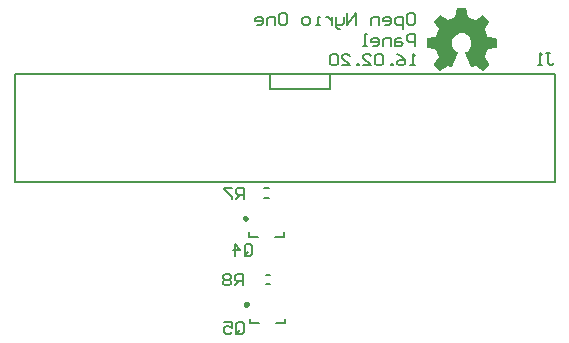
<source format=gbo>
%FSTAX23Y23*%
%MOIN*%
%SFA1B1*%

%IPPOS*%
%ADD28C,0.009840*%
%ADD29C,0.007870*%
%ADD30C,0.005910*%
%LNpanel-1*%
%LPD*%
G36*
X01697Y01424D02*
X01697Y01423D01*
X01697Y01423*
X01702Y01395*
X01703Y01394*
X01703Y01394*
X01727Y01384*
X01727Y01384*
X01728Y01384*
X01728Y01384*
X01752Y014*
X01752Y01401*
X01754Y014*
X01753Y014*
X01774Y0138*
X01774Y01379*
X01774Y01378*
X01774Y01378*
X01758Y01354*
X01757Y01354*
X01758Y01353*
X01767Y0133*
X01768Y01329*
X01768Y01329*
X01768Y01329*
X01796Y01323*
X01797Y01323*
X01798Y01322*
X01798*
X01798Y01294*
X01797Y01292*
X01796Y01292*
Y01292*
X01768Y01287*
X01768Y01286*
X01767Y01286*
X01758Y01262*
X01757Y01262*
X01758Y01261*
X01758Y01261*
X01774Y01238*
X01774Y01237*
X01774Y01236*
X01774Y01236*
X01754Y01215*
X01752Y01215*
X01752Y01215*
X01752Y01215*
X01728Y01231*
X01727Y01232*
X01727Y01231*
X01716Y01227*
X01715Y01227*
X01714Y01227*
X01714Y01228*
X01694Y01276*
X01694Y01277*
X01695Y01278*
X01695Y01278*
X01695Y01278*
X01698Y01279*
X01705Y01284*
X0171Y01291*
X01713Y01299*
X01714Y01308*
X01713Y01316*
X0171Y01324*
X01705Y01331*
X01698Y01336*
X0169Y0134*
X01681Y01341*
X01673Y0134*
X01665Y01336*
X01658Y01331*
X01653Y01324*
X01649Y01316*
X01648Y01308*
X01649Y01299*
X01653Y01291*
X01658Y01284*
X01665Y01279*
X01668Y01278*
X01668Y01278*
X01668Y01278*
X01669Y01277*
X01668Y01276*
X01649Y01228*
X01648Y01227*
X01647Y01227*
X01647Y01227*
X01636Y01231*
X01635Y01232*
X01635Y01231*
X01635Y01231*
X01611Y01215*
X0161Y01215*
X01609Y01215*
X01609Y01216*
X01589Y01236*
X01589Y01237*
X01589Y01238*
X01589Y01238*
X01605Y01261*
X01605Y01262*
X01605Y01262*
X01595Y01286*
X01595Y01286*
X01594Y01287*
Y01287*
X01566Y01292*
X01566Y01292*
X01565Y01294*
X01565*
X01565Y01322*
X01566Y01323*
X01566Y01323*
X01566Y01323*
X01594Y01329*
X01595Y01329*
X01595Y0133*
X01605Y01353*
X01605Y01354*
X01605Y01354*
X01605Y01354*
X01589Y01378*
X01589Y01379*
X01589Y0138*
X01589Y0138*
X01609Y014*
X0161Y01401*
X01611Y014*
X01611Y014*
X01635Y01384*
X01635Y01384*
X01636Y01384*
X01659Y01394*
X0166Y01394*
X0166Y01395*
X0166*
X01666Y01423*
X01666Y01424*
X01667Y01424*
Y01424*
X01696Y01424*
X01697Y01424*
G37*
G54D28*
X00969Y00437D02*
D01*
X00969Y00437*
X00969Y00437*
X00969Y00438*
X00969Y00438*
X00969Y00438*
X00969Y00439*
X00968Y00439*
X00968Y00439*
X00968Y00439*
X00968Y0044*
X00968Y0044*
X00967Y0044*
X00967Y0044*
X00967Y00441*
X00967Y00441*
X00966Y00441*
X00966Y00441*
X00966Y00441*
X00965Y00441*
X00965Y00441*
X00965Y00441*
X00964Y00441*
X00964*
X00964Y00441*
X00963Y00441*
X00963Y00441*
X00963Y00441*
X00962Y00441*
X00962Y00441*
X00962Y00441*
X00961Y00441*
X00961Y0044*
X00961Y0044*
X00961Y0044*
X0096Y0044*
X0096Y00439*
X0096Y00439*
X0096Y00439*
X0096Y00439*
X00959Y00438*
X00959Y00438*
X00959Y00438*
X00959Y00437*
X00959Y00437*
X00959Y00437*
X00959Y00436*
X00959Y00436*
X00959Y00435*
X00959Y00435*
X00959Y00435*
X0096Y00435*
X0096Y00434*
X0096Y00434*
X0096Y00434*
X0096Y00433*
X00961Y00433*
X00961Y00433*
X00961Y00433*
X00961Y00432*
X00962Y00432*
X00962Y00432*
X00962Y00432*
X00963Y00432*
X00963Y00432*
X00963Y00432*
X00964Y00432*
X00964Y00432*
X00964*
X00965Y00432*
X00965Y00432*
X00965Y00432*
X00966Y00432*
X00966Y00432*
X00966Y00432*
X00967Y00432*
X00967Y00432*
X00967Y00433*
X00967Y00433*
X00968Y00433*
X00968Y00433*
X00968Y00434*
X00968Y00434*
X00968Y00434*
X00969Y00435*
X00969Y00435*
X00969Y00435*
X00969Y00435*
X00969Y00436*
X00969Y00436*
X00969Y00437*
X00965Y00724D02*
D01*
X00965Y00724*
X00965Y00725*
X00965Y00725*
X00965Y00725*
X00965Y00726*
X00965Y00726*
X00964Y00726*
X00964Y00727*
X00964Y00727*
X00964Y00727*
X00964Y00727*
X00963Y00728*
X00963Y00728*
X00963Y00728*
X00963Y00728*
X00962Y00728*
X00962Y00728*
X00962Y00729*
X00961Y00729*
X00961Y00729*
X00961Y00729*
X0096Y00729*
X0096*
X0096Y00729*
X00959Y00729*
X00959Y00729*
X00959Y00729*
X00958Y00728*
X00958Y00728*
X00958Y00728*
X00957Y00728*
X00957Y00728*
X00957Y00728*
X00957Y00727*
X00956Y00727*
X00956Y00727*
X00956Y00727*
X00956Y00726*
X00956Y00726*
X00956Y00726*
X00955Y00725*
X00955Y00725*
X00955Y00725*
X00955Y00724*
X00955Y00724*
X00955Y00724*
X00955Y00723*
X00955Y00723*
X00955Y00723*
X00956Y00722*
X00956Y00722*
X00956Y00722*
X00956Y00721*
X00956Y00721*
X00956Y00721*
X00957Y0072*
X00957Y0072*
X00957Y0072*
X00957Y0072*
X00958Y0072*
X00958Y00719*
X00958Y00719*
X00959Y00719*
X00959Y00719*
X00959Y00719*
X0096Y00719*
X0096Y00719*
X0096*
X00961Y00719*
X00961Y00719*
X00961Y00719*
X00962Y00719*
X00962Y00719*
X00962Y00719*
X00963Y0072*
X00963Y0072*
X00963Y0072*
X00963Y0072*
X00964Y0072*
X00964Y00721*
X00964Y00721*
X00964Y00721*
X00964Y00722*
X00965Y00722*
X00965Y00722*
X00965Y00723*
X00965Y00723*
X00965Y00723*
X00965Y00724*
X00965Y00724*
G54D29*
X00192Y01204D02*
X01992D01*
X00192Y00846D02*
X01992D01*
X00192D02*
Y01204D01*
X01992Y00846D02*
Y01204D01*
X01242Y01153D02*
Y012D01*
X01042Y01153D02*
X01242D01*
X01042D02*
Y012D01*
X00976Y00374D02*
Y00389D01*
Y00374D02*
X01007D01*
X01094D02*
Y00389D01*
X01062Y00374D02*
X01094D01*
X00972Y00661D02*
Y00677D01*
Y00661D02*
X01003D01*
X0109D02*
Y00677D01*
X01059Y00661D02*
X0109D01*
X01024Y00823D02*
X01038D01*
X01024Y00791D02*
X01038D01*
X01028Y00535D02*
X01042D01*
X01028Y00503D02*
X01042D01*
G54D30*
X01963Y01274D02*
X01977D01*
X0197*
Y01241*
X01977Y01234*
X01983*
X0199Y01241*
X0195Y01234D02*
X01937D01*
X01944*
Y01274*
X0195Y01267*
X00952Y005D02*
Y00539D01*
X00933*
X00926Y00532*
Y00519*
X00933Y00513*
X00952*
X00939D02*
X00926Y005D01*
X00913Y00532D02*
X00906Y00539D01*
X00893*
X00887Y00532*
Y00526*
X00893Y00519*
X00887Y00513*
Y00506*
X00893Y005*
X00906*
X00913Y00506*
Y00513*
X00906Y00519*
X00913Y00526*
Y00532*
X00906Y00519D02*
X00893D01*
X00956Y00787D02*
Y00826D01*
X00937*
X0093Y0082*
Y00807*
X00937Y008*
X00956*
X00943D02*
X0093Y00787D01*
X00917Y00826D02*
X00891D01*
Y0082*
X00917Y00793*
Y00787*
X0093Y00345D02*
Y00371D01*
X00937Y00377*
X0095*
X00956Y00371*
Y00345*
X0095Y00338*
X00937*
X00943Y00351D02*
X0093Y00338D01*
X00937D02*
X0093Y00345D01*
X00891Y00377D02*
X00917D01*
Y00358*
X00904Y00364*
X00897*
X00891Y00358*
Y00345*
X00897Y00338*
X0091*
X00917Y00345*
X00958Y00604D02*
Y00631D01*
X00964Y00637*
X00977*
X00984Y00631*
Y00604*
X00977Y00598*
X00964*
X00971Y00611D02*
X00958Y00598D01*
X00964D02*
X00958Y00604D01*
X00925Y00598D02*
Y00637D01*
X00944Y00618*
X00918*
X01505Y01407D02*
X01518D01*
X01525Y014*
Y01374*
X01518Y01368*
X01505*
X01498Y01374*
Y014*
X01505Y01407*
X01485Y01354D02*
Y01394D01*
X01465*
X01459Y01387*
Y01374*
X01465Y01368*
X01485*
X01426D02*
X01439D01*
X01446Y01374*
Y01387*
X01439Y01394*
X01426*
X0142Y01387*
Y01381*
X01446*
X01406Y01368D02*
Y01394D01*
X01387*
X0138Y01387*
Y01368*
X01328D02*
Y01407D01*
X01301Y01368*
Y01407*
X01288Y01394D02*
Y01374D01*
X01282Y01368*
X01262*
Y01361*
X01269Y01354*
X01275*
X01262Y01368D02*
Y01394D01*
X01249D02*
Y01368D01*
Y01381*
X01242Y01387*
X01236Y01394*
X01229*
X0121Y01368D02*
X01197D01*
X01203*
Y01394*
X0121*
X0117Y01368D02*
X01157D01*
X01151Y01374*
Y01387*
X01157Y01394*
X0117*
X01177Y01387*
Y01374*
X0117Y01368*
X01078Y01407D02*
X01092D01*
X01098Y014*
Y01374*
X01092Y01368*
X01078*
X01072Y01374*
Y014*
X01078Y01407*
X01059Y01368D02*
Y01394D01*
X01039*
X01033Y01387*
Y01368*
X01D02*
X01013D01*
X01019Y01374*
Y01387*
X01013Y01394*
X01*
X00993Y01387*
Y01381*
X01019*
X01525Y01298D02*
Y01337D01*
X01505*
X01498Y0133*
Y01317*
X01505Y01311*
X01525*
X01479Y01324D02*
X01465D01*
X01459Y01317*
Y01298*
X01479*
X01485Y01304*
X01479Y01311*
X01459*
X01446Y01298D02*
Y01324D01*
X01426*
X0142Y01317*
Y01298*
X01387D02*
X014D01*
X01406Y01304*
Y01317*
X014Y01324*
X01387*
X0138Y01317*
Y01311*
X01406*
X01367Y01298D02*
X01354D01*
X01361*
Y01337*
X01367*
X01525Y01233D02*
X01511D01*
X01518*
Y01272*
X01525Y01265*
X01465Y01272D02*
X01479Y01265D01*
X01492Y01252*
Y01239*
X01485Y01233*
X01472*
X01465Y01239*
Y01246*
X01472Y01252*
X01492*
X01452Y01233D02*
Y01239D01*
X01446*
Y01233*
X01452*
X0142Y01265D02*
X01413Y01272D01*
X014*
X01393Y01265*
Y01239*
X014Y01233*
X01413*
X0142Y01239*
Y01265*
X01354Y01233D02*
X0138D01*
X01354Y01259*
Y01265*
X01361Y01272*
X01374*
X0138Y01265*
X01341Y01233D02*
Y01239D01*
X01334*
Y01233*
X01341*
X01282D02*
X01308D01*
X01282Y01259*
Y01265*
X01288Y01272*
X01301*
X01308Y01265*
X01269D02*
X01262Y01272D01*
X01249*
X01242Y01265*
Y01239*
X01249Y01233*
X01262*
X01269Y01239*
Y01265*
M02*
</source>
